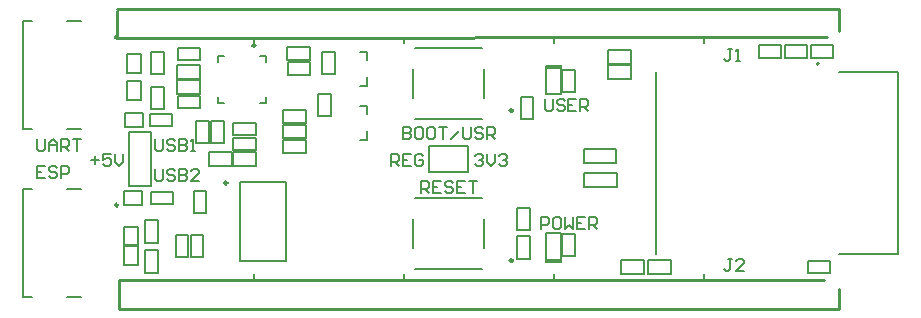
<source format=gto>
G04*
G04 #@! TF.GenerationSoftware,Altium Limited,Altium Designer,24.9.1 (31)*
G04*
G04 Layer_Color=65535*
%FSLAX44Y44*%
%MOMM*%
G71*
G04*
G04 #@! TF.SameCoordinates,318047C4-B972-4631-9CD3-40AE8DFBCC20*
G04*
G04*
G04 #@! TF.FilePolarity,Positive*
G04*
G01*
G75*
%ADD10C,0.2000*%
%ADD11C,0.2500*%
%ADD12C,0.1524*%
%ADD13C,0.2540*%
%ADD14C,0.1270*%
%ADD15R,1.4224X0.3699*%
D10*
X668840Y207680D02*
G03*
X668840Y207680I-1000J0D01*
G01*
X327350Y160500D02*
X383850D01*
X325600Y178250D02*
Y202750D01*
X327350Y220500D02*
X383850D01*
X385600Y178250D02*
Y202750D01*
X327350Y33500D02*
X383850D01*
X325600Y51250D02*
Y75750D01*
X327350Y93500D02*
X383850D01*
X385600Y51250D02*
Y75750D01*
X178620Y40160D02*
Y107160D01*
X217620Y40160D02*
Y107160D01*
X178620D02*
X217620D01*
X178620Y40160D02*
X217620D01*
X195500Y214205D02*
X200500D01*
Y209205D02*
Y214205D01*
X160500D02*
X165500D01*
X160500Y209205D02*
Y214205D01*
X195500Y174205D02*
X200500D01*
Y179205D01*
X160500Y174205D02*
X165500D01*
X160500D02*
Y179205D01*
X286555Y210450D02*
Y217700D01*
X280054D02*
X286555D01*
Y188700D02*
Y195950D01*
X280054Y188700D02*
X286555D01*
Y164730D02*
Y171980D01*
X280054D02*
X286555D01*
Y142980D02*
Y150230D01*
X280054Y142980D02*
X286555D01*
X-4850Y10200D02*
X2400D01*
X31900D02*
X44400D01*
X-4850D02*
Y101600D01*
X2400D01*
X31900D02*
X44400D01*
X-4850Y152400D02*
X2400D01*
X31900D02*
X44400D01*
X-4850D02*
Y243800D01*
X2400D01*
X31900D02*
X44400D01*
D11*
X409850Y168000D02*
G03*
X409850Y168000I-1250J0D01*
G01*
Y41000D02*
G03*
X409850Y41000I-1250J0D01*
G01*
X168120Y106660D02*
G03*
X168120Y106660I-1250J0D01*
G01*
X191750Y223059D02*
G03*
X191750Y223059I-1250J0D01*
G01*
X75650Y87850D02*
G03*
X75650Y87850I-1250J0D01*
G01*
Y230050D02*
G03*
X75650Y230050I-1250J0D01*
G01*
D12*
X478028Y123952D02*
X497332D01*
X478028Y135128D02*
X497332D01*
Y123952D02*
Y135128D01*
X478288Y103632D02*
X497592D01*
X478288Y114808D02*
X497592D01*
Y103632D02*
Y114808D01*
X469648D02*
X488952D01*
X469648Y103632D02*
X488952D01*
X469648D02*
Y114808D01*
X680938Y212846D02*
Y223514D01*
X662142D02*
X680938D01*
X662142Y212846D02*
X680938D01*
X662142D02*
Y223514D01*
X103632Y104630D02*
Y149860D01*
X84455D02*
X103632D01*
X103142Y104140D02*
X103632Y104630D01*
X84455Y104140D02*
X103142D01*
X141412Y145014D02*
Y154666D01*
Y159492D01*
Y140188D02*
Y145014D01*
X152588Y140188D02*
Y159492D01*
X141412D02*
X152588D01*
X141412Y140188D02*
X152588D01*
X190569Y223037D02*
Y228117D01*
X190500Y24130D02*
Y29210D01*
X317500Y24130D02*
Y29210D01*
X444500Y24130D02*
Y29210D01*
X571500Y24130D02*
Y29210D01*
Y224790D02*
Y229870D01*
X444500Y224790D02*
Y229870D01*
X317500Y224790D02*
Y229870D01*
X339090Y116205D02*
Y137795D01*
Y116205D02*
X372110D01*
X339090Y137795D02*
X372110D01*
Y116205D02*
Y137795D01*
X524508Y29972D02*
X543812D01*
X524508D02*
Y41148D01*
X543812D01*
Y29972D02*
Y41148D01*
X469648Y135128D02*
X488952D01*
X469648Y123952D02*
X488952D01*
X469648D02*
Y135128D01*
X490728Y206248D02*
X510032D01*
Y195072D02*
Y206248D01*
X490728Y195072D02*
X510032D01*
X490728D02*
Y206248D01*
Y218948D02*
X510032D01*
Y207772D02*
Y218948D01*
X490728Y207772D02*
X510032D01*
X490728D02*
Y218948D01*
X501648Y29972D02*
X520952D01*
X501648D02*
Y41148D01*
X520952D01*
Y29972D02*
Y41148D01*
X424428Y42148D02*
Y61452D01*
X413252Y42148D02*
X424428D01*
X413252D02*
Y61452D01*
X424428D01*
X451612Y183388D02*
Y202692D01*
X462788D01*
Y183388D02*
Y202692D01*
X451612Y183388D02*
X462788D01*
Y44448D02*
Y63752D01*
X451612Y44448D02*
X462788D01*
X451612D02*
Y63752D01*
X462788D01*
X450850Y181788D02*
Y205664D01*
X438150Y181788D02*
X450850D01*
X438150D02*
Y205664D01*
X450850D01*
X438150Y40056D02*
Y63932D01*
X450850D01*
Y40056D02*
Y63932D01*
X438150Y40056D02*
X450850D01*
X416306Y179578D02*
X426974D01*
X416306Y160782D02*
Y179578D01*
Y160782D02*
X426974D01*
Y179578D01*
X413506Y85598D02*
X424174D01*
X413506Y66802D02*
Y85598D01*
Y66802D02*
X424174D01*
Y85598D01*
X658858Y212846D02*
Y223514D01*
X640062D02*
X658858D01*
X640062Y212846D02*
Y223514D01*
Y212846D02*
X658858D01*
X659402Y30226D02*
Y40894D01*
Y30226D02*
X678198D01*
Y40894D01*
X659402D02*
X678198D01*
X617982Y212846D02*
Y223514D01*
Y212846D02*
X636778D01*
Y223514D01*
X617982D02*
X636778D01*
X147574Y43942D02*
Y62738D01*
X136906Y43942D02*
X147574D01*
X136906D02*
Y62738D01*
X147574D01*
X134874Y43942D02*
Y62738D01*
X124206Y43942D02*
X134874D01*
X124206D02*
Y62738D01*
X134874D01*
X139446Y81262D02*
Y100058D01*
X150114D01*
Y81262D02*
Y100058D01*
X139446Y81262D02*
X150114D01*
X103142Y88646D02*
X121938D01*
X103142D02*
Y99314D01*
X121938D01*
Y88646D02*
Y99314D01*
X126002Y221234D02*
X144798D01*
Y210566D02*
Y221234D01*
X126002Y210566D02*
X144798D01*
X126002D02*
Y221234D01*
Y180594D02*
X144798D01*
Y169926D02*
Y180594D01*
X126002Y169926D02*
X144798D01*
X126002D02*
Y180594D01*
X154366Y140462D02*
Y159258D01*
X165034D01*
Y140462D02*
Y159258D01*
X154366Y140462D02*
X165034D01*
X219182Y198286D02*
X237978D01*
X219182D02*
Y208954D01*
X237978D01*
Y198286D02*
Y208954D01*
X173262Y134366D02*
X192058D01*
X173262D02*
Y145034D01*
X192058D01*
Y134366D02*
Y145034D01*
X102362Y154686D02*
X121158D01*
X102362D02*
Y165354D01*
X121158D01*
Y154686D02*
Y165354D01*
X173262Y147066D02*
X192058D01*
X173262D02*
Y157734D01*
X192058D01*
Y147066D02*
Y157734D01*
X80316Y88138D02*
Y99822D01*
Y88138D02*
X96064D01*
Y99822D01*
X80316D02*
X96064D01*
X80518Y69544D02*
X92202D01*
X80518Y53796D02*
Y69544D01*
Y53796D02*
X92202D01*
Y69544D01*
X80518Y37136D02*
X92202D01*
Y52884D01*
X80518D02*
X92202D01*
X80518Y37136D02*
Y52884D01*
X248412Y198628D02*
X259588D01*
Y217932D01*
X248412D02*
X259588D01*
X248412Y198628D02*
Y217932D01*
X245034Y182339D02*
X256210D01*
X245034Y163035D02*
Y182339D01*
Y163035D02*
X256210D01*
Y182339D01*
X98552Y55628D02*
X109728D01*
Y74932D01*
X98552D02*
X109728D01*
X98552Y55628D02*
Y74932D01*
Y49532D02*
X109728D01*
X98552Y30228D02*
Y49532D01*
Y30228D02*
X109728D01*
Y49532D01*
X215388Y144692D02*
Y155868D01*
Y144692D02*
X234692D01*
Y155868D01*
X215388D02*
X234692D01*
X103632Y198628D02*
X114808D01*
Y217932D01*
X103632D02*
X114808D01*
X103632Y198628D02*
Y217932D01*
Y188212D02*
X114808D01*
X103632Y168908D02*
Y188212D01*
Y168908D02*
X114808D01*
Y188212D01*
X215388Y157392D02*
Y168568D01*
Y157392D02*
X234692D01*
Y168568D01*
X215388D02*
X234692D01*
X215388Y131992D02*
Y143168D01*
Y131992D02*
X234692D01*
Y143168D01*
X215388D02*
X234692D01*
X125728Y195072D02*
Y206248D01*
Y195072D02*
X145032D01*
Y206248D01*
X125728D02*
X145032D01*
X125728Y182372D02*
Y193548D01*
Y182372D02*
X145032D01*
Y193548D01*
X125728D02*
X145032D01*
X238252Y210732D02*
Y221908D01*
X218948D02*
X238252D01*
X218948Y210732D02*
Y221908D01*
Y210732D02*
X238252D01*
X192312Y121412D02*
Y132588D01*
X173008D02*
X192312D01*
X173008Y121412D02*
Y132588D01*
Y121412D02*
X192312D01*
X152908D02*
Y132588D01*
Y121412D02*
X172212D01*
Y132588D01*
X152908D02*
X172212D01*
X84455Y104140D02*
Y149860D01*
X83058Y176836D02*
X94742D01*
Y192584D01*
X83058D02*
X94742D01*
X83058Y176836D02*
Y192584D01*
Y215444D02*
X94742D01*
X83058Y199696D02*
Y215444D01*
Y199696D02*
X94742D01*
Y215444D01*
X81026Y154178D02*
Y165862D01*
Y154178D02*
X96774D01*
Y165862D01*
X81026D02*
X96774D01*
X106680Y144269D02*
Y135805D01*
X108373Y134112D01*
X111758D01*
X113451Y135805D01*
Y144269D01*
X123608Y142576D02*
X121915Y144269D01*
X118530D01*
X116837Y142576D01*
Y140883D01*
X118530Y139190D01*
X121915D01*
X123608Y137498D01*
Y135805D01*
X121915Y134112D01*
X118530D01*
X116837Y135805D01*
X126993Y144269D02*
Y134112D01*
X132072D01*
X133765Y135805D01*
Y137498D01*
X132072Y139190D01*
X126993D01*
X132072D01*
X133765Y140883D01*
Y142576D01*
X132072Y144269D01*
X126993D01*
X137150Y134112D02*
X140536D01*
X138843D01*
Y144269D01*
X137150Y142576D01*
X595035Y219961D02*
X591650D01*
X593342D01*
Y211497D01*
X591650Y209804D01*
X589957D01*
X588264Y211497D01*
X598421Y209804D02*
X601806D01*
X600113D01*
Y219961D01*
X598421Y218268D01*
X595035Y42161D02*
X591650D01*
X593342D01*
Y33697D01*
X591650Y32004D01*
X589957D01*
X588264Y33697D01*
X605192Y32004D02*
X598421D01*
X605192Y38775D01*
Y40468D01*
X603499Y42161D01*
X600113D01*
X598421Y40468D01*
X13375Y120901D02*
X6604D01*
Y110744D01*
X13375D01*
X6604Y115822D02*
X9990D01*
X23532Y119208D02*
X21839Y120901D01*
X18454D01*
X16761Y119208D01*
Y117515D01*
X18454Y115822D01*
X21839D01*
X23532Y114130D01*
Y112437D01*
X21839Y110744D01*
X18454D01*
X16761Y112437D01*
X26917Y110744D02*
Y120901D01*
X31996D01*
X33689Y119208D01*
Y115822D01*
X31996Y114130D01*
X26917D01*
X6604Y143761D02*
Y135297D01*
X8297Y133604D01*
X11682D01*
X13375Y135297D01*
Y143761D01*
X16761Y133604D02*
Y140375D01*
X20146Y143761D01*
X23532Y140375D01*
Y133604D01*
Y138682D01*
X16761D01*
X26917Y133604D02*
Y143761D01*
X31996D01*
X33689Y142068D01*
Y138682D01*
X31996Y136990D01*
X26917D01*
X30303D02*
X33689Y133604D01*
X37074Y143761D02*
X43845D01*
X40460D01*
Y133604D01*
X52324Y125982D02*
X59095D01*
X55710Y129368D02*
Y122597D01*
X69252Y131061D02*
X62481D01*
Y125982D01*
X65866Y127675D01*
X67559D01*
X69252Y125982D01*
Y122597D01*
X67559Y120904D01*
X64173D01*
X62481Y122597D01*
X72637Y131061D02*
Y124290D01*
X76023Y120904D01*
X79409Y124290D01*
Y131061D01*
X106680Y118361D02*
Y109897D01*
X108373Y108204D01*
X111758D01*
X113451Y109897D01*
Y118361D01*
X123608Y116668D02*
X121915Y118361D01*
X118530D01*
X116837Y116668D01*
Y114975D01*
X118530Y113282D01*
X121915D01*
X123608Y111590D01*
Y109897D01*
X121915Y108204D01*
X118530D01*
X116837Y109897D01*
X126993Y118361D02*
Y108204D01*
X132072D01*
X133765Y109897D01*
Y111590D01*
X132072Y113282D01*
X126993D01*
X132072D01*
X133765Y114975D01*
Y116668D01*
X132072Y118361D01*
X126993D01*
X143921Y108204D02*
X137150D01*
X143921Y114975D01*
Y116668D01*
X142228Y118361D01*
X138843D01*
X137150Y116668D01*
X377444Y129368D02*
X379137Y131061D01*
X382522D01*
X384215Y129368D01*
Y127675D01*
X382522Y125982D01*
X380830D01*
X382522D01*
X384215Y124290D01*
Y122597D01*
X382522Y120904D01*
X379137D01*
X377444Y122597D01*
X387601Y131061D02*
Y124290D01*
X390986Y120904D01*
X394372Y124290D01*
Y131061D01*
X397757Y129368D02*
X399450Y131061D01*
X402836D01*
X404529Y129368D01*
Y127675D01*
X402836Y125982D01*
X401143D01*
X402836D01*
X404529Y124290D01*
Y122597D01*
X402836Y120904D01*
X399450D01*
X397757Y122597D01*
X306324Y120904D02*
Y131061D01*
X311402D01*
X313095Y129368D01*
Y125982D01*
X311402Y124290D01*
X306324D01*
X309710D02*
X313095Y120904D01*
X323252Y131061D02*
X316481D01*
Y120904D01*
X323252D01*
X316481Y125982D02*
X319866D01*
X333409Y129368D02*
X331716Y131061D01*
X328330D01*
X326637Y129368D01*
Y122597D01*
X328330Y120904D01*
X331716D01*
X333409Y122597D01*
Y125982D01*
X330023D01*
X331901Y98044D02*
Y108201D01*
X336979D01*
X338672Y106508D01*
Y103122D01*
X336979Y101430D01*
X331901D01*
X335287D02*
X338672Y98044D01*
X348829Y108201D02*
X342058D01*
Y98044D01*
X348829D01*
X342058Y103122D02*
X345443D01*
X358986Y106508D02*
X357293Y108201D01*
X353907D01*
X352214Y106508D01*
Y104815D01*
X353907Y103122D01*
X357293D01*
X358986Y101430D01*
Y99737D01*
X357293Y98044D01*
X353907D01*
X352214Y99737D01*
X369142Y108201D02*
X362371D01*
Y98044D01*
X369142D01*
X362371Y103122D02*
X365757D01*
X372528Y108201D02*
X379299D01*
X375913D01*
Y98044D01*
X316666Y153921D02*
Y143764D01*
X321744D01*
X323437Y145457D01*
Y147150D01*
X321744Y148842D01*
X316666D01*
X321744D01*
X323437Y150535D01*
Y152228D01*
X321744Y153921D01*
X316666D01*
X331901D02*
X328515D01*
X326823Y152228D01*
Y145457D01*
X328515Y143764D01*
X331901D01*
X333594Y145457D01*
Y152228D01*
X331901Y153921D01*
X342058D02*
X338672D01*
X336979Y152228D01*
Y145457D01*
X338672Y143764D01*
X342058D01*
X343750Y145457D01*
Y152228D01*
X342058Y153921D01*
X347136D02*
X353907D01*
X350522D01*
Y143764D01*
X357293D02*
X364064Y150535D01*
X367449Y153921D02*
Y145457D01*
X369142Y143764D01*
X372528D01*
X374221Y145457D01*
Y153921D01*
X384377Y152228D02*
X382685Y153921D01*
X379299D01*
X377606Y152228D01*
Y150535D01*
X379299Y148842D01*
X382685D01*
X384377Y147150D01*
Y145457D01*
X382685Y143764D01*
X379299D01*
X377606Y145457D01*
X387763Y143764D02*
Y153921D01*
X392841D01*
X394534Y152228D01*
Y148842D01*
X392841Y147150D01*
X387763D01*
X391148D02*
X394534Y143764D01*
X433324Y67564D02*
Y77721D01*
X438402D01*
X440095Y76028D01*
Y72642D01*
X438402Y70950D01*
X433324D01*
X448559Y77721D02*
X445173D01*
X443481Y76028D01*
Y69257D01*
X445173Y67564D01*
X448559D01*
X450252Y69257D01*
Y76028D01*
X448559Y77721D01*
X453637D02*
Y67564D01*
X457023Y70950D01*
X460409Y67564D01*
Y77721D01*
X470565D02*
X463794D01*
Y67564D01*
X470565D01*
X463794Y72642D02*
X467180D01*
X473951Y67564D02*
Y77721D01*
X479029D01*
X480722Y76028D01*
Y72642D01*
X479029Y70950D01*
X473951D01*
X477337D02*
X480722Y67564D01*
X436596Y177561D02*
Y169097D01*
X438288Y167404D01*
X441674D01*
X443367Y169097D01*
Y177561D01*
X453523Y175868D02*
X451831Y177561D01*
X448445D01*
X446752Y175868D01*
Y174175D01*
X448445Y172482D01*
X451831D01*
X453523Y170790D01*
Y169097D01*
X451831Y167404D01*
X448445D01*
X446752Y169097D01*
X463680Y177561D02*
X456909D01*
Y167404D01*
X463680D01*
X456909Y172482D02*
X460295D01*
X467066Y167404D02*
Y177561D01*
X472144D01*
X473837Y175868D01*
Y172482D01*
X472144Y170790D01*
X467066D01*
X470451D02*
X473837Y167404D01*
D13*
X74402Y229143D02*
X675840Y230193D01*
X76200Y9525D02*
Y24714D01*
Y24716D02*
X673100Y24130D01*
X76200Y0D02*
Y9525D01*
Y0D02*
X685319Y0D01*
X74402Y246875D02*
Y252451D01*
Y230149D02*
Y235725D01*
X685319Y0D02*
X685560Y240D01*
X685319Y0D02*
X685560Y240D01*
Y16496D01*
X685800Y235427D02*
Y254000D01*
X74402Y254000D02*
X685800Y254000D01*
X74402Y235725D02*
Y246875D01*
D14*
X685590Y200180D02*
X736090D01*
X531090Y46180D02*
Y200180D01*
X685590Y46180D02*
X736090D01*
Y200180D01*
D15*
X444500Y204830D02*
D03*
Y40890D02*
D03*
M02*

</source>
